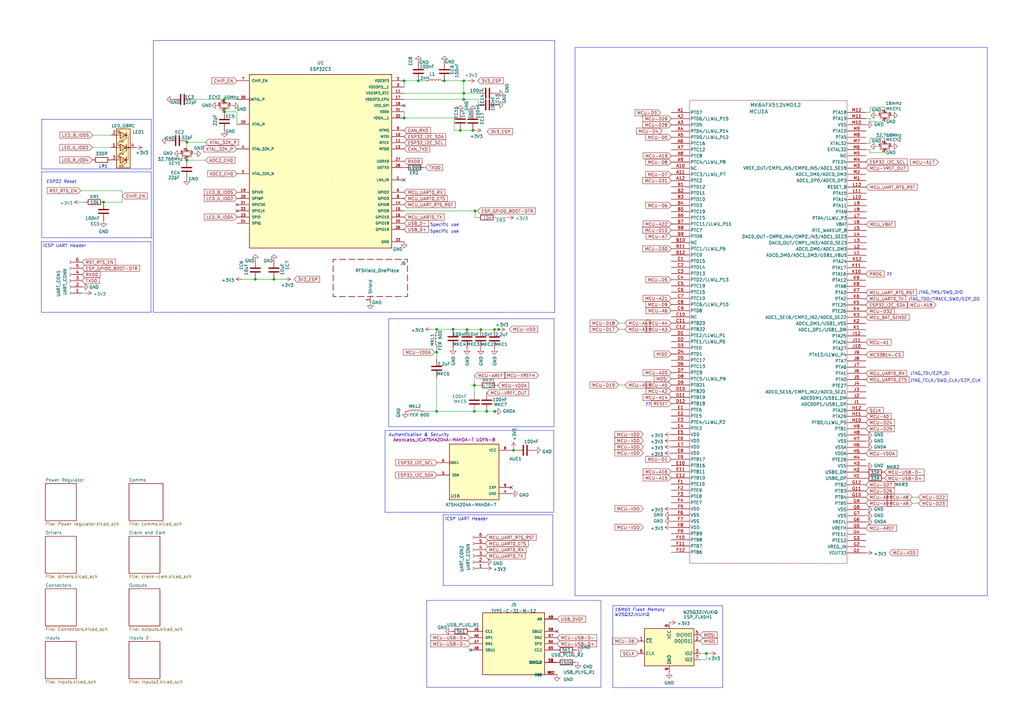
<source format=kicad_sch>
(kicad_sch (version 20230121) (generator eeschema)
  (paper "A3")
  (title_block (title "OPEN ECU") (date "2023-12-11") (rev "12-2023") (company "WWW.AEONLABS.SCIENCE") (comment 1 "https://github.com/aeonSolutions/AeonLabs-AI-Volvo-MKII-Open-Hardware") (comment 2 "Creative Commons non commercial share alike"))
  (junction (at 194.564 158.0642))
  (junction (at 92.0496 45.8724))
  (junction (at 190.2206 33.147))
  (junction (at 112.3442 114.554))
  (junction (at 191.5414 135.1534))
  (junction (at 179.07 144.4752))
  (junction (at 202.819 135.128))
  (junction (at 190.2206 40.767))
  (junction (at 165.7604 48.387))
  (junction (at 182.2704 33.147))
  (junction (at 289.7124 268.0208))
  (junction (at 190.2206 38.227))
  (junction (at 171.6024 33.147))
  (junction (at 210.6168 184.6834))
  (junction (at 104.7242 114.554))
  (junction (at 194.564 168.7322))
  (junction (at 188.7982 53.4924))
  (junction (at 197.1802 135.1534))
  (junction (at 199.644 168.7322))
  (junction (at 179.0954 135.0772))
  (junction (at 202.9206 168.7322))
  (junction (at 92.0242 40.7924))
  (junction (at 76.6064 58.3438))
  (junction (at 42.4942 82.9056))
  (junction (at 193.9544 53.4924))
  (junction (at 194.8688 86.5124))
  (junction (at 179.07 168.7322))
  (junction (at 204.5462 135.128))
  (junction (at 185.8264 135.0772))
  (junction (at 165.7604 33.147))
  (junction (at 76.6064 65.6844))
  (no_connect (at 228.473 258.9784))
  (no_connect (at 97.1804 83.947))
  (no_connect (at 165.7604 73.787))
  (no_connect (at 209.7278 199.9234))
  (no_connect (at 97.1804 86.487))
  (no_connect (at 165.7604 43.307))
  (no_connect (at 192.913 266.5984))
  (wire (pts (xy 356.87 48.641) (xy 355.1682 48.641)))
  (wire (pts (xy 290.9824 268.0208) (xy 289.7124 268.0208)))
  (wire (pts (xy 185.8264 135.0772) (xy 191.5414 135.0772)))
  (polyline (pts (xy 17.0942 48.9712) (xy 17.0942 69.2912)))
  (wire (pts (xy 356.87 61.341) (xy 355.1682 61.341)))
  (wire (pts (xy 92.0496 45.9994) (xy 92.0496 45.8724)))
  (wire (pts (xy 355.1682 58.801) (xy 356.87 58.801)))
  (wire (pts (xy 181.5084 86.5124) (xy 165.7604 86.487)))
  (wire (pts (xy 179.07 168.7322) (xy 179.07 154.8638)))
  (wire (pts (xy 356.87 61.341) (xy 356.87 62.5856)))
  (wire (pts (xy 190.2206 38.227) (xy 196.1642 38.227)))
  (polyline (pts (xy 16.9672 128.0922) (xy 61.9252 128.0922)))
  (wire (pts (xy 179.0954 135.0772) (xy 185.8264 135.0772)))
  (polyline (pts (xy 62.4332 97.5106) (xy 17.3482 97.5106)))
  (wire (pts (xy 194.564 154.0002) (xy 194.564 158.0642)))
  (wire (pts (xy 208.0768 89.2302) (xy 203.5048 89.2302)))
  (wire (pts (xy 193.04 158.0642) (xy 194.564 158.0642)))
  (wire (pts (xy 376.7074 206.4512) (xy 374.1674 206.4512)))
  (polyline (pts (xy 16.9672 99.1362) (xy 16.9672 128.0922)))
  (wire (pts (xy 94.5896 43.3324) (xy 95.2246 43.3324)))
  (polyline (pts (xy 181.7878 211.1756) (xy 181.7878 240.1316)))
  (wire (pts (xy 188.7982 53.5432) (xy 188.7982 53.4924)))
  (wire (pts (xy 173.8376 168.7322) (xy 179.07 168.7322)))
  (wire (pts (xy 192.0494 33.147) (xy 190.2206 33.147)))
  (wire (pts (xy 45.4914 55.4228) (xy 37.9984 55.4228)))
  (wire (pts (xy 356.87 56.642) (xy 362.9406 56.642)))
  (wire (pts (xy 165.7604 38.227) (xy 190.2206 38.227)))
  (wire (pts (xy 178.2318 144.4752) (xy 179.07 144.4752)))
  (wire (pts (xy 202.7936 135.1788) (xy 202.819 135.1788)))
  (wire (pts (xy 50.1142 78.2066) (xy 50.1142 82.9056)))
  (wire (pts (xy 171.6024 33.147) (xy 165.7604 33.147)))
  (wire (pts (xy 97.1804 45.8724) (xy 97.1804 50.927)))
  (wire (pts (xy 360.4006 47.3202) (xy 359.7656 47.3202)))
  (wire (pts (xy 92.0242 40.7924) (xy 92.0242 40.767)))
  (wire (pts (xy 177.1142 135.0772) (xy 179.0954 135.0772)))
  (wire (pts (xy 183.0324 126.9746) (xy 183.0324 126.8476)))
  (wire (pts (xy 76.6064 73.3044) (xy 76.6064 73.1774)))
  (wire (pts (xy 202.819 135.1788) (xy 202.819 135.128)))
  (wire (pts (xy 209.7278 184.6834) (xy 210.6168 184.6834)))
  (wire (pts (xy 194.564 158.0642) (xy 196.5198 158.0642)))
  (wire (pts (xy 289.7124 268.0208) (xy 287.1724 268.0208)))
  (wire (pts (xy 356.87 48.641) (xy 356.87 49.8856)))
  (wire (pts (xy 355.1682 46.101) (xy 356.87 46.101)))
  (wire (pts (xy 112.3442 114.554) (xy 116.6368 114.554)))
  (polyline (pts (xy 226.7458 211.1756) (xy 226.7458 240.1316)))
  (wire (pts (xy 362.9406 49.8856) (xy 362.9406 49.8602)))
  (wire (pts (xy 362.9406 56.642) (xy 362.9406 57.4802)))
  (wire (pts (xy 76.6064 65.6844) (xy 76.6064 65.5574)))
  (wire (pts (xy 204.5462 135.128) (xy 204.5716 135.128)))
  (wire (pts (xy 289.7124 270.5608) (xy 289.7124 268.0208)))
  (wire (pts (xy 136.2456 73.8124) (xy 136.2456 73.787)))
  (wire (pts (xy 191.5414 135.0772) (xy 191.5414 135.1534)))
  (polyline (pts (xy 226.7458 211.1756) (xy 181.7878 211.1756)))
  (wire (pts (xy 253.7206 132.5118) (xy 256.2606 132.5118)))
  (wire (pts (xy 165.7604 45.847) (xy 165.7604 48.387)))
  (wire (pts (xy 191.5414 135.1534) (xy 197.1802 135.1534)))
  (wire (pts (xy 34.925 120.2182) (xy 33.655 120.2182)))
  (wire (pts (xy 50.1142 82.9056) (xy 42.4942 82.9056)))
  (polyline (pts (xy 17.0688 97.5106) (xy 17.0688 70.5104)))
  (wire (pts (xy 362.9406 43.942) (xy 362.9406 44.7802)))
  (wire (pts (xy 195.9102 86.5378) (xy 195.9102 86.5124)))
  (wire (pts (xy 37.8714 60.5028) (xy 45.4914 60.5028)))
  (wire (pts (xy 356.87 58.801) (xy 356.87 56.642)))
  (wire (pts (xy 360.4006 60.0202) (xy 359.7656 60.0202)))
  (wire (pts (xy 201.0664 135.1534) (xy 201.0664 135.128)))
  (wire (pts (xy 256.2606 135.0518) (xy 253.7206 135.0518)))
  (wire (pts (xy 104.7242 114.554) (xy 112.3442 114.554)))
  (wire (pts (xy 179.07 144.4752) (xy 179.07 147.2438)))
  (wire (pts (xy 165.7604 33.147) (xy 165.7604 35.687)))
  (wire (pts (xy 179.0954 142.6972) (xy 179.0954 144.4752)))
  (wire (pts (xy 186.2582 53.5432) (xy 188.7982 53.5432)))
  (wire (pts (xy 287.1724 270.5608) (xy 289.7124 270.5608)))
  (wire (pts (xy 179.0954 144.4752) (xy 179.07 144.4752)))
  (wire (pts (xy 166.2684 68.707) (xy 165.7604 68.707)))
  (wire (pts (xy 76.6064 58.3438) (xy 76.6064 60.4774)))
  (polyline (pts (xy 62.8904 128.1176) (xy 62.8904 16.6116)))
  (polyline (pts (xy 227.1268 210.0834) (xy 157.9118 210.0834)))
  (polyline (pts (xy 61.9252 99.1362) (xy 16.9672 99.1362)))
  (polyline (pts (xy 296.4434 281.9908) (xy 251.3584 281.9908)))
  (wire (pts (xy 84.328 58.3438) (xy 76.6064 58.3438)))
  (wire (pts (xy 194.8688 86.5124) (xy 195.9102 86.5124)))
  (wire (pts (xy 193.9544 53.4924) (xy 194.7164 53.4924)))
  (wire (pts (xy 194.564 168.7322) (xy 199.644 168.7322)))
  (polyline (pts (xy 62.0014 69.3928) (xy 62.0014 49.0728)))
  (wire (pts (xy 99.3902 114.554) (xy 104.7242 114.554)))
  (wire (pts (xy 194.8688 89.2302) (xy 194.8688 86.5124)))
  (wire (pts (xy 202.819 135.128) (xy 204.5462 135.128)))
  (wire (pts (xy 92.0496 40.7924) (xy 92.0242 40.7924)))
  (wire (pts (xy 92.0242 40.767) (xy 97.1804 40.767)))
  (wire (pts (xy 136.2202 73.8124) (xy 136.2456 73.8124)))
  (polyline (pts (xy 296.4434 248.4628) (xy 296.4434 281.9908)))
  (wire (pts (xy 190.2206 33.147) (xy 190.2206 38.227)))
  (polyline (pts (xy 227.1268 176.5554) (xy 227.1268 210.0834)))
  (polyline (pts (xy 251.3584 248.4628) (xy 296.4434 248.4628)))
  (wire (pts (xy 196.1642 40.767) (xy 196.1642 43.0276)))
  (wire (pts (xy 174.5234 68.707) (xy 173.8884 68.707)))
  (wire (pts (xy 356.87 43.942) (xy 362.9406 43.942)))
  (polyline (pts (xy 62.9158 16.6116) (xy 227.4824 16.6116)))
  (wire (pts (xy 173.8376 168.7068) (xy 173.8376 168.7322)))
  (wire (pts (xy 190.2206 40.767) (xy 196.1642 40.767)))
  (wire (pts (xy 181.5084 86.5124) (xy 194.8688 86.5124)))
  (polyline (pts (xy 157.9118 210.0834) (xy 157.9118 176.5554)))
  (wire (pts (xy 210.6168 184.6834) (xy 211.582 184.6834)))
  (wire (pts (xy 179.07 168.7322) (xy 194.564 168.7322)))
  (wire (pts (xy 186.2582 48.387) (xy 186.2582 53.5432)))
  (wire (pts (xy 194.8688 89.2302) (xy 195.8848 89.2302)))
  (wire (pts (xy 356.87 46.101) (xy 356.87 43.942)))
  (polyline (pts (xy 181.7878 240.1316) (xy 226.7458 240.1316)))
  (wire (pts (xy 197.1802 135.1534) (xy 201.0664 135.1534)))
  (wire (pts (xy 188.7982 53.4924) (xy 193.9544 53.4924)))
  (wire (pts (xy 190.2206 33.147) (xy 182.2704 33.147)))
  (polyline (pts (xy 17.0942 69.2912) (xy 62.0014 69.2912)))
  (polyline (pts (xy 227.5078 16.6116) (xy 227.5078 128.143)))
  (wire (pts (xy 210.6168 184.023) (xy 210.6168 184.6834)))
  (wire (pts (xy 356.87 49.8856) (xy 362.9406 49.8856)))
  (wire (pts (xy 356.87 62.5856) (xy 362.9406 62.5856)))
  (wire (pts (xy 362.9406 62.5856) (xy 362.9406 62.5602)))
  (wire (pts (xy 194.564 158.0642) (xy 194.564 161.1122)))
  (polyline (pts (xy 227.5078 128.143) (xy 62.9158 128.0414)))
  (wire (pts (xy 188.7982 53.4162) (xy 188.7982 53.4924)))
  (wire (pts (xy 165.7604 48.387) (xy 186.2582 48.387)))
  (wire (pts (xy 79.1464 63.0174) (xy 79.7814 63.0174)))
  (wire (pts (xy 76.6064 57.6834) (xy 76.6064 58.3438)))
  (polyline (pts (xy 61.9252 99.1362) (xy 61.9252 128.0922)))
  (polyline (pts (xy 251.3584 281.9908) (xy 251.3584 248.4628)))
  (polyline (pts (xy 17.0688 70.5104) (xy 62.0268 70.5104)))
  (wire (pts (xy 202.9206 168.7322) (xy 202.946 168.7322)))
  (wire (pts (xy 237.0582 271.7292) (xy 237.0582 271.6784)))
  (wire (pts (xy 190.2206 38.227) (xy 190.2206 40.767)))
  (wire (pts (xy 237.0582 271.6784) (xy 236.093 271.6784)))
  (wire (pts (xy 33.0962 82.9056) (xy 34.8742 82.9056)))
  (polyline (pts (xy 157.9118 176.5554) (xy 227.1268 176.5554)))
  (wire (pts (xy 253.7206 157.9118) (xy 256.2606 157.9118)))
  (wire (pts (xy 33.0962 78.2066) (xy 50.1142 78.2066)))
  (wire (pts (xy 376.7074 203.9112) (xy 374.1674 203.9112)))
  (wire (pts (xy 165.7604 40.767) (xy 190.2206 40.767)))
  (polyline (pts (xy 62.0014 48.9712) (xy 17.0942 48.9712)))
  (wire (pts (xy 76.6064 65.6844) (xy 84.3534 65.6844)))
  (wire (pts (xy 201.0664 135.128) (xy 202.819 135.128)))
  (wire (pts (xy 97.1804 45.8724) (xy 92.0496 45.8724)))
  (wire (pts (xy 173.9138 168.7068) (xy 173.8376 168.7068)))
  (wire (pts (xy 174.6504 33.147) (xy 171.6024 33.147)))
  (wire (pts (xy 199.644 168.7322) (xy 202.9206 168.7322)))
  (wire (pts (xy 78.6384 40.7924) (xy 92.0242 40.7924)))
  (polyline (pts (xy 62.0268 70.5104) (xy 62.0268 97.6376)))
  (rectangle (start 235.839 19.4564) (end 404.9776 244.348))
  (rectangle (start 159.4358 130.7084) (end 227.2284 175.0314))
  (rectangle (start 175.006 246.253) (end 246.4816 281.9146))
  (text "??" (at 363.5502 113.4872 0) (effects (font (size 1.27 1.27)) (justify left bottom)))
  (text " JTAG_TDO/TRACE_SWO/EZP_DO\n" (at 371.348 123.5964 0) (effects (font (size 1.27 1.27)) (justify left bottom)))
  (text "ESP32 Reset" (at 18.9738 75.4126 0) (effects (font (size 1.27 1.27) italic) (justify left bottom)))
  (text "16Mbit Flash Memory\nW25Q32JVUXIQ" (at 252.0442 253.0094 0) (effects (font (size 1.27 1.27) italic) (justify left bottom)))
  (text "JTAG_TCLK/SWD_CLK/EZP_CLK\n" (at 373.1006 156.9974 0) (effects (font (size 1.27 1.27)) (justify left bottom)))
  (text "??" (at 264.6172 166.7764 0) (effects (font (size 1.27 1.27)) (justify left bottom)))
  (text "ICSP UART Header" (at 182.4228 213.7156 0) (effects (font (size 1.27 1.27)) (justify left bottom)))
  (text " JTAG_TMS/SWD_DIO" (at 375.4628 120.8532 0) (effects (font (size 1.27 1.27)) (justify left bottom)))
  (text "ICSP UART Header" (at 17.6022 101.6762 0) (effects (font (size 1.27 1.27)) (justify left bottom)))
  (text "JTAG_TDI/EZP_DI\n" (at 373.2022 154.0764 0) (effects (font (size 1.27 1.27)) (justify left bottom)))
  (text "Specific use" (at 176.3014 95.758 0) (effects (font (size 1.27 1.27)) (justify left bottom)))
  (text "Authentication & Security" (at 159.3088 179.2224 0) (effects (font (size 1.27 1.27) italic) (justify left bottom)))
  (text "Specific use" (at 176.3776 93.0656 0) (effects (font (size 1.27 1.27)) (justify left bottom)))
  (global_label "MCU_UART0_CTS" (shape input) (at 199.009 222.9358 0) (property "Intersheetrefs" "${INTERSHEET_REFS}" (effects hide)))
  (global_label "MCU_UART_RTS_RST" (shape input) (at 165.7604 83.947 0) (property "Intersheetrefs" "${INTERSHEET_REFS}" (effects hide)))
  (global_label "MCU-A6" (shape input) (at 275.3106 127.4318 180) (property "Intersheetrefs" "${INTERSHEET_REFS}" (effects hide)))
  (global_label "MCU-A21" (shape input) (at 275.3106 122.3518 180) (property "Intersheetrefs" "${INTERSHEET_REFS}" (effects hide)))
  (global_label "LED_R_IO04" (shape input) (at 37.8714 65.5828 180) (property "Intersheetrefs" "${INTERSHEET_REFS}" (effects hide)))
  (global_label "MCU_VBAT" (shape input) (at 355.2952 91.9734 0) (property "Intersheetrefs" "${INTERSHEET_REFS}" (effects hide)))
  (global_label "MCU-VREFH" (shape input) (at 220.9292 153.924 180) (property "Intersheetrefs" "${INTERSHEET_REFS}" (effects hide)))
  (global_label "MCU-A18" (shape input) (at 383.9464 125.0696 180) (property "Intersheetrefs" "${INTERSHEET_REFS}" (effects hide)))
  (global_label "MCU-D1" (shape input) (at 275.3106 188.3918 180) (property "Intersheetrefs" "${INTERSHEET_REFS}" (effects hide)))
  (global_label "MCU-A9" (shape input) (at 355.1174 206.4512 0) (property "Intersheetrefs" "${INTERSHEET_REFS}" (effects hide)))
  (global_label "MCU-A15" (shape input) (at 275.3106 196.0118 180) (property "Intersheetrefs" "${INTERSHEET_REFS}" (effects hide)))
  (global_label "MCU-D7" (shape input) (at 275.3106 71.5518 180) (property "Intersheetrefs" "${INTERSHEET_REFS}" (effects hide)))
  (global_label "RST_RTS_EN" (shape input) (at 33.0962 78.2066 180) (property "Intersheetrefs" "${INTERSHEET_REFS}" (effects hide)))
  (global_label "MCU-VDDA" (shape input) (at 204.1398 158.0642 0) (property "Intersheetrefs" "${INTERSHEET_REFS}" (effects hide)))
  (global_label "ESP32_I2C_SDA" (shape input) (at 165.7604 56.007 0) (property "Intersheetrefs" "${INTERSHEET_REFS}" (effects hide)))
  (global_label "MCU_UART_RTS_RST" (shape input) (at 199.009 220.3958 0) (property "Intersheetrefs" "${INTERSHEET_REFS}" (effects hide)))
  (global_label "ESP32_I2C_SCL" (shape input) (at 179.2478 189.7634 180) (property "Intersheetrefs" "${INTERSHEET_REFS}" (effects hide)))
  (global_label "MCU_UART0_RX" (shape input) (at 165.7604 78.867 0) (property "Intersheetrefs" "${INTERSHEET_REFS}" (effects hide)))
  (global_label "MISO" (shape input) (at 275.3106 145.2118 180) (property "Intersheetrefs" "${INTERSHEET_REFS}" (effects hide)))
  (global_label "MOSI" (shape input) (at 275.3106 155.3718 180) (property "Intersheetrefs" "${INTERSHEET_REFS}" (effects hide)))
  (global_label "MCU-D32" (shape input) (at 355.0666 127.6096 0) (property "Intersheetrefs" "${INTERSHEET_REFS}" (effects hide)))
  (global_label "MCU-D8" (shape input) (at 275.3106 66.4718 180) (property "Intersheetrefs" "${INTERSHEET_REFS}" (effects hide)))
  (global_label "MCU-A19" (shape input) (at 275.3106 63.9318 180) (property "Intersheetrefs" "${INTERSHEET_REFS}" (effects hide)))
  (global_label "RXD0" (shape input) (at 33.655 112.5982 0) (property "Intersheetrefs" "${INTERSHEET_REFS}" (effects hide)))
  (global_label "MCU_UART0_CTS" (shape input) (at 165.7604 81.407 0) (property "Intersheetrefs" "${INTERSHEET_REFS}" (effects hide)))
  (global_label "MCU-VREF_OUT" (shape input) (at 199.644 161.1122 0) (property "Intersheetrefs" "${INTERSHEET_REFS}" (effects hide)))
  (global_label "MCU-A22" (shape input) (at 275.3106 91.8718 180) (property "Intersheetrefs" "${INTERSHEET_REFS}" (effects hide)))
  (global_label "MCU-D27" (shape input) (at 355.1174 198.8312 0) (property "Intersheetrefs" "${INTERSHEET_REFS}" (effects hide)))
  (global_label "ADC2_CH0" (shape input) (at 97.1804 71.247 180) (property "Intersheetrefs" "${INTERSHEET_REFS}" (effects hide)))
  (global_label "MCU-D10" (shape input) (at 275.3106 94.4118 180) (property "Intersheetrefs" "${INTERSHEET_REFS}" (effects hide)))
  (global_label "CHIP_EN" (shape input) (at 97.1804 33.147 180) (property "Intersheetrefs" "${INTERSHEET_REFS}" (effects hide)))
  (global_label "RST_RTS_EN" (shape input) (at 33.655 107.5182 0) (property "Intersheetrefs" "${INTERSHEET_REFS}" (effects hide)))
  (global_label "MCU-VDD" (shape input) (at 263.8806 180.6956 180) (property "Intersheetrefs" "${INTERSHEET_REFS}" (effects hide)))
  (global_label "MISO" (shape input) (at 287.1724 262.9408 0) (property "Intersheetrefs" "${INTERSHEET_REFS}" (effects hide)))
  (global_label "ESP32_I2C_SDA" (shape input) (at 179.2478 194.8434 180) (property "Intersheetrefs" "${INTERSHEET_REFS}" (effects hide)))
  (global_label "MCU-AREF" (shape input) (at 194.564 154.0002 0) (property "Intersheetrefs" "${INTERSHEET_REFS}" (effects hide)))
  (global_label "MCU-D5" (shape input) (at 275.3106 114.7318 180) (property "Intersheetrefs" "${INTERSHEET_REFS}" (effects hide)))
  (global_label "RXD0" (shape input) (at 165.7604 66.167 0) (property "Intersheetrefs" "${INTERSHEET_REFS}" (effects hide)))
  (global_label "MCU-VDD" (shape input) (at 364.7186 226.695 0) (property "Intersheetrefs" "${INTERSHEET_REFS}" (effects hide)))
  (global_label "3V3_ESP" (shape input) (at 199.7202 53.975 0) (property "Intersheetrefs" "${INTERSHEET_REFS}" (effects hide)))
  (global_label "MCU_UART0_TX" (shape input) (at 355.0666 122.5296 0) (property "Intersheetrefs" "${INTERSHEET_REFS}" (effects hide)))
  (global_label "USB_D-" (shape input) (at 165.7604 91.567 0) (property "Intersheetrefs" "${INTERSHEET_REFS}" (effects hide)))
  (global_label "MCU_BAT_SENSE" (shape input) (at 355.0666 130.1496 0) (effects (font italic)) (property "Intersheetrefs" "${INTERSHEET_REFS}" (effects hide)))
  (global_label "PROG" (shape input) (at 355.0666 112.3696 0) (property "Intersheetrefs" "${INTERSHEET_REFS}" (effects hide)))
  (global_label "MCU_UART_RTS_RST" (shape input) (at 355.2952 76.7334 0) (property "Intersheetrefs" "${INTERSHEET_REFS}" (effects hide)))
  (global_label "MCU-D6" (shape input) (at 261.7724 262.9408 180) (property "Intersheetrefs" "${INTERSHEET_REFS}" (effects hide)))
  (global_label "XTAL_32K_P" (shape input) (at 84.328 58.3438 0) (property "Intersheetrefs" "${INTERSHEET_REFS}" (effects hide)))
  (global_label "MCU-D29" (shape input) (at 275.3106 48.6918 180) (property "Intersheetrefs" "${INTERSHEET_REFS}" (effects hide)))
  (global_label "LED_G_IO02" (shape input) (at 37.8714 60.5028 180) (property "Intersheetrefs" "${INTERSHEET_REFS}" (effects hide)))
  (global_label "TXD0" (shape input) (at 33.655 115.1382 0) (property "Intersheetrefs" "${INTERSHEET_REFS}" (effects hide)))
  (global_label "ESP32_I2C_SCL" (shape input) (at 165.7604 58.547 0) (property "Intersheetrefs" "${INTERSHEET_REFS}" (effects hide)))
  (global_label "MCU-VDD" (shape input) (at 263.8806 185.7756 180) (property "Intersheetrefs" "${INTERSHEET_REFS}" (effects hide)))
  (global_label "MCU-A14" (shape input) (at 275.3106 162.9918 180) (property "Intersheetrefs" "${INTERSHEET_REFS}" (effects hide)))
  (global_label "MCU-A5" (shape input) (at 256.2606 157.9118 0) (property "Intersheetrefs" "${INTERSHEET_REFS}" (effects hide)))
  (global_label "CAN_RXD" (shape input) (at 165.7604 53.467 0) (property "Intersheetrefs" "${INTERSHEET_REFS}" (effects hide)))
  (global_label "MCU-A8" (shape input) (at 355.1174 203.9112 0) (property "Intersheetrefs" "${INTERSHEET_REFS}" (effects hide)))
  (global_label "SCLK" (shape input) (at 261.7724 268.0208 180) (property "Intersheetrefs" "${INTERSHEET_REFS}" (effects hide)))
  (global_label "MC33814-CS" (shape input) (at 355.1428 145.4912 0) (property "Intersheetrefs" "${INTERSHEET_REFS}" (effects hide)))
  (global_label "ESP32_I2C_SCL" (shape input) (at 355.1682 66.421 0) (property "Intersheetrefs" "${INTERSHEET_REFS}" (effects hide)))
  (global_label "MCU-VREF_OUT" (shape input) (at 355.1682 68.961 0) (property "Intersheetrefs" "${INTERSHEET_REFS}" (effects hide)))
  (global_label "SCLK" (shape input) (at 355.1428 168.3512 0) (property "Intersheetrefs" "${INTERSHEET_REFS}" (effects hide)))
  (global_label "LED_B_IO05" (shape input) (at 37.9984 55.4228 180) (property "Intersheetrefs" "${INTERSHEET_REFS}" (effects hide)))
  (global_label "MCU-A17" (shape input) (at 384.8862 66.548 180) (property "Intersheetrefs" "${INTERSHEET_REFS}" (effects hide)))
  (global_label "MCU-VDDA" (shape input) (at 178.2318 144.4752 180) (property "Intersheetrefs" "${INTERSHEET_REFS}" (effects hide)))
  (global_label "MCU-USB-D-" (shape input) (at 362.7374 193.6242 0) (property "Intersheetrefs" "${INTERSHEET_REFS}" (effects hide)))
  (global_label "MCU-D25" (shape input) (at 355.1174 175.8442 0) (property "Intersheetrefs" "${INTERSHEET_REFS}" (effects hide)))
  (global_label "TXD0" (shape input) (at 174.5234 68.707 0) (property "Intersheetrefs" "${INTERSHEET_REFS}" (effects hide)))
  (global_label "MCU_UART0_RX" (shape input) (at 199.009 225.4758 0) (property "Intersheetrefs" "${INTERSHEET_REFS}" (effects hide)))
  (global_label "USB_D+" (shape input) (at 165.7604 94.107 0) (property "Intersheetrefs" "${INTERSHEET_REFS}" (effects hide)))
  (global_label "MCU-A2" (shape input) (at 275.3106 160.4518 180) (property "Intersheetrefs" "${INTERSHEET_REFS}" (effects hide)))
  (global_label "MCU-D6" (shape input) (at 275.3106 84.2518 180) (property "Intersheetrefs" "${INTERSHEET_REFS}" (effects hide)))
  (global_label "MCU_UART0_TX" (shape input) (at 199.009 228.0158 0) (property "Intersheetrefs" "${INTERSHEET_REFS}" (effects hide)))
  (global_label "MOSI" (shape input) (at 287.1724 260.4008 0) (property "Intersheetrefs" "${INTERSHEET_REFS}" (effects hide)))
  (global_label "MCU-USB-D+" (shape input) (at 192.913 261.5184 180) (property "Intersheetrefs" "${INTERSHEET_REFS}" (effects hide)))
  (global_label "3V3_ESP" (shape input) (at 120.6246 114.5286 0) (property "Intersheetrefs" "${INTERSHEET_REFS}" (effects hide)))
  (global_label "LED_G_IO02" (shape input) (at 97.1804 81.407 180) (property "Intersheetrefs" "${INTERSHEET_REFS}" (effects hide)))
  (global_label "ESP_GPIO0_BOOT-DTR" (shape input) (at 195.9102 86.5378 0) (property "Intersheetrefs" "${INTERSHEET_REFS}" (effects hide)))
  (global_label "MCU-A16" (shape input) (at 275.3106 193.4718 180) (property "Intersheetrefs" "${INTERSHEET_REFS}" (effects hide)))
  (global_label "MCU-VDDA" (shape input) (at 355.1174 186.0042 0) (property "Intersheetrefs" "${INTERSHEET_REFS}" (effects hide)))
  (global_label "MCU-D19" (shape input) (at 253.7206 157.9118 180) (property "Intersheetrefs" "${INTERSHEET_REFS}" (effects hide)))
  (global_label "MCU-D4" (shape input) (at 271.5514 53.7718 180) (property "Intersheetrefs" "${INTERSHEET_REFS}" (effects hide)))
  (global_label "MCU_UART0_CTS" (shape input) (at 355.1428 155.6512 0) (property "Intersheetrefs" "${INTERSHEET_REFS}" (effects hide)))
  (global_label "MCU-A4" (shape input) (at 256.2606 132.5118 0) (property "Intersheetrefs" "${INTERSHEET_REFS}" (effects hide)))
  (global_label "MCU-D9" (shape input) (at 275.3106 124.8918 180) (property "Intersheetrefs" "${INTERSHEET_REFS}" (effects hide)))
  (global_label "LED_R_IO04" (shape input) (at 97.1804 89.027 180) (property "Intersheetrefs" "${INTERSHEET_REFS}" (effects hide)))
  (global_label "MCU-VDD" (shape input) (at 263.8806 208.6356 180) (property "Intersheetrefs" "${INTERSHEET_REFS}" (effects hide)))
  (global_label "MCU-D0" (shape input) (at 275.3106 56.3118 180) (property "Intersheetrefs" "${INTERSHEET_REFS}" (effects hide)))
  (global_label "MCU-VDD" (shape input) (at 263.8806 183.2356 180) (property "Intersheetrefs" "${INTERSHEET_REFS}" (effects hide)))
  (global_label "MCU-VDD" (shape input) (at 263.8806 178.1556 180) (property "Intersheetrefs" "${INTERSHEET_REFS}" (effects hide)))
  (global_label "MCU-A3" (shape input) (at 275.3106 135.0518 180) (property "Intersheetrefs" "${INTERSHEET_REFS}" (effects hide)))
  (global_label "MCU-A1" (shape input) (at 355.1428 140.4112 0) (property "Intersheetrefs" "${INTERSHEET_REFS}" (effects hide)))
  (global_label "LED_B_IO05" (shape input) (at 97.1804 78.867 180) (property "Intersheetrefs" "${INTERSHEET_REFS}" (effects hide)))
  (global_label "MCU-D28" (shape input) (at 275.3106 51.2318 180) (property "Intersheetrefs" "${INTERSHEET_REFS}" (effects hide)))
  (global_label "MCU-D17" (shape input) (at 253.7206 135.0518 180) (property "Intersheetrefs" "${INTERSHEET_REFS}" (effects hide)))
  (global_label "MCU-A0" (shape input) (at 355.1174 170.7642 0) (property "Intersheetrefs" "${INTERSHEET_REFS}" (effects hide)))
  (global_label "RESET" (shape input) (at 275.3106 165.5318 180) (property "Intersheetrefs" "${INTERSHEET_REFS}" (effects hide)))
  (global_label "MCU-A20" (shape input) (at 275.3106 152.8318 180) (property "Intersheetrefs" "${INTERSHEET_REFS}" (effects hide)))
  (global_label "MCU_UART0_RX" (shape input) (at 355.1428 153.1112 0) (property "Intersheetrefs" "${INTERSHEET_REFS}" (effects hide)))
  (global_label "MCU-D30" (shape input) (at 275.3106 102.0318 180) (property "Intersheetrefs" "${INTERSHEET_REFS}" (effects hide)))
  (global_label "3V3_ESP" (shape input) (at 195.9356 33.147 0) (property "Intersheetrefs" "${INTERSHEET_REFS}" (effects hide)))
  (global_label "MCU-A7" (shape input) (at 275.3106 96.9518 180) (property "Intersheetrefs" "${INTERSHEET_REFS}" (effects hide)))
  (global_label "CAN_TXD" (shape input) (at 165.7604 61.087 0) (property "Intersheetrefs" "${INTERSHEET_REFS}" (effects hide)))
  (global_label "MCU-AREF" (shape input) (at 355.1174 216.6112 0) (property "Intersheetrefs" "${INTERSHEET_REFS}" (effects hide)))
  (global_label "MCU-D31" (shape input) (at 275.3106 74.0918 180) (property "Intersheetrefs" "${INTERSHEET_REFS}" (effects hide)))
  (global_label "MCU_UART_RTS_RST" (shape input) (at 355.0666 119.9896 0) (property "Intersheetrefs" "${INTERSHEET_REFS}" (effects hide)))
  (global_label "XTAL_32K_P" (shape input) (at 97.1804 61.087 180) (property "Intersheetrefs" "${INTERSHEET_REFS}" (effects hide)))
  (global_label "MCU-A4" (shape input) (at 275.3106 132.5118 180) (property "Intersheetrefs" "${INTERSHEET_REFS}" (effects hide)))
  (global_label "MCU-A3" (shape input) (at 256.2606 135.0518 0) (property "Intersheetrefs" "${INTERSHEET_REFS}" (effects hide)))
  (global_label "MCU-USB-D-" (shape input) (at 228.473 261.5184 0) (property "Intersheetrefs" "${INTERSHEET_REFS}" (effects hide)))
  (global_label "MCU-D24" (shape input) (at 355.1174 173.3042 0) (property "Intersheetrefs" "${INTERSHEET_REFS}" (effects hide)))
  (global_label "MCU-D22" (shape input) (at 376.7074 203.9112 0) (property "Intersheetrefs" "${INTERSHEET_REFS}" (effects hide)))
  (global_label "MCU-D3" (shape input) (at 270.9672 46.2534 180) (property "Intersheetrefs" "${INTERSHEET_REFS}" (effects hide)))
  (global_label "ADC2_CH0" (shape input) (at 84.3534 65.6844 0) (property "Intersheetrefs" "${INTERSHEET_REFS}" (effects hide)))
  (global_label "MCU-USB-D+" (shape input) (at 228.473 264.0584 0) (property "Intersheetrefs" "${INTERSHEET_REFS}" (effects hide)))
  (global_label "MCU-D18" (shape input) (at 253.7206 132.5118 180) (property "Intersheetrefs" "${INTERSHEET_REFS}" (effects hide)))
  (global_label "MCU-A8" (shape input) (at 374.1674 203.9112 180) (property "Intersheetrefs" "${INTERSHEET_REFS}" (effects hide)))
  (global_label "MCU-USB-D+" (shape input) (at 362.7374 196.1642 0) (property "Intersheetrefs" "${INTERSHEET_REFS}" (effects hide)))
  (global_label "MCU_UART0_TX" (shape input) (at 165.7604 89.027 0) (property "Intersheetrefs" "${INTERSHEET_REFS}" (effects hide)))
  (global_label "USB_5V0F" (shape input) (at 228.473 253.8984 0) (property "Intersheetrefs" "${INTERSHEET_REFS}" (effects hide)))
  (global_label "MCU-D23" (shape input) (at 376.7074 206.4512 0) (property "Intersheetrefs" "${INTERSHEET_REFS}" (effects hide)))
  (global_label "MCU-USB-D-" (shape input) (at 192.913 264.0584 180) (property "Intersheetrefs" "${INTERSHEET_REFS}" (effects hide)))
  (global_label "ESP32_I2C_SDA" (shape input) (at 355.0666 125.0696 0) (property "Intersheetrefs" "${INTERSHEET_REFS}" (effects hide)))
  (global_label "CHIP_EN" (shape input) (at 50.1142 80.3656 0) (property "Intersheetrefs" "${INTERSHEET_REFS}" (effects hide)))
  (global_label "MCU-A5" (shape input) (at 275.3106 157.9118 180) (property "Intersheetrefs" "${INTERSHEET_REFS}" (effects hide)))
  (global_label "MCU-VDD" (shape input) (at 208.8642 135.001 0) (property "Intersheetrefs" "${INTERSHEET_REFS}" (effects hide)))
  (global_label "MCU-VDD" (shape input) (at 263.8806 216.2556 180) (property "Intersheetrefs" "${INTERSHEET_REFS}" (effects hide)))
  (global_label "MCU-D26" (shape input) (at 355.1174 201.3712 0) (property "Intersheetrefs" "${INTERSHEET_REFS}" (effects hide)))
  (global_label "MCU-A9" (shape input) (at 374.1674 206.4512 180) (property "Intersheetrefs" "${INTERSHEET_REFS}" (effects hide)))
  (global_label "ESP_GPIO0_BOOT-DTR" (shape input) (at 33.655 110.0582 0) (property "Intersheetrefs" "${INTERSHEET_REFS}" (effects hide)))
  (symbol (lib_id "Device:C") (at 191.5414 138.9634 180) (unit 1)
    (property "Reference" "MKC3" (at 196.85 141.1732 0) (effects (justify left)))
    (property "Value" "10nF" (at 196.5198 137.1346 0) (effects (justify left)))
    (property "Footprint" "Capacitor_SMD:C_0603_1608Metric" (effects hide))
  )
  (symbol (lib_id "power:+3V3") (at 210.6168 184.023 0) (unit 1)
    (property "Reference" "#PWR011" (effects hide))
    (property "Value" "+3V3" (at 210.9978 180.7718 90) (effects (justify left)))
  )
  (symbol (lib_id "Device:LED_GBRC") (at 50.5714 60.5028 180) (unit 1)
    (property "Reference" "LED1" (at 56.7944 54.1528 0))
    (property "Value" "LED_GBRC" (at 50.5714 51.6128 0))
    (property "Footprint" "AeonLabs_Power:LED_1206_3210_RGB_Metric" (effects hide))
  )
  (symbol (lib_id "Device:C") (at 104.7242 110.744 0) (mirror x) (unit 1)
    (property "Reference" "EC6" (at 99.0092 106.8324 90) (effects (justify left)))
    (property "Value" "10uF" (at 100.9904 108.077 90) (effects (justify left)))
    (property "Footprint" "Capacitor_SMD:C_0805_2012Metric" (effects hide))
  )
  (symbol (lib_id "power:GND") (at 95.2246 43.3324 90) (mirror x) (unit 1)
    (property "Reference" "#PWR070" (effects hide))
    (property "Value" "GND" (at 97.0534 44.7548 90) (effects (justify right)))
  )
  (symbol (lib_id "Device:C") (at 182.2704 29.337 180) (unit 1)
    (property "Reference" "EC9" (at 185.547 26.7208 90) (effects (justify left)))
    (property "Value" "100nF" (at 187.3758 25.908 90) (effects (justify left)))
    (property "Footprint" "Capacitor_SMD:C_0603_1608Metric" (effects hide))
  )
  (symbol (lib_id "Device:R") (at 170.0784 68.707 270) (mirror x) (unit 1)
    (property "Reference" "ER2" (at 169.799 70.8406 90))
    (property "Value" "499R" (at 170.1038 68.8086 90))
    (property "Footprint" "Resistor_SMD:R_0603_1608Metric" (effects hide))
  )
  (symbol (lib_id "power:+3V3") (at 290.9824 268.0208 270) (unit 1)
    (property "Reference" "#PWR092" (effects hide))
    (property "Value" "+3V3" (at 290.1442 270.0782 90) (effects (justify left)))
  )
  (symbol (lib_id "power:GND") (at 166.2938 168.7068 0) (unit 1)
    (property "Reference" "#PWR024" (effects hide))
    (property "Value" "GND" (at 163.449 167.2336 90) (effects (justify right)))
  )
  (symbol (lib_id "Device:R") (at 38.6842 82.9056 90) (unit 1)
    (property "Reference" "ER1" (at 38.8366 80.7212 90))
    (property "Value" "10k" (at 38.7858 83.0072 90))
    (property "Footprint" "Resistor_SMD:R_0603_1608Metric" (effects hide))
  )
  (symbol (lib_id "Device:R") (at 358.9274 193.6242 90) (unit 1)
    (property "Reference" "MKR2" (at 366.2426 191.5922 90))
    (property "Value" "33R" (at 358.902 193.7258 90))
    (property "Footprint" "Resistor_SMD:R_0603_1608Metric" (effects hide))
  )
  (symbol (lib_id "power:GND") (at 193.9544 45.8724 0) (mirror x) (unit 1)
    (property "Reference" "#PWR085" (effects hide))
    (property "Value" "GND" (at 192.9384 48.7172 90) (effects (justify right)))
  )
  (symbol (lib_id "power:+3V3") (at 55.6514 60.5028 270) (unit 1)
    (property "Reference" "#PWR098" (effects hide))
    (property "Value" "+3V3" (at 55.6006 62.6364 90) (effects (justify left)))
  )
  (symbol (lib_id "power:GND") (at 355.1174 211.5312 90) (unit 1)
    (property "Reference" "#PWR029" (effects hide))
    (property "Value" "GND" (at 358.3686 211.4042 90) (effects (justify right)))
  )
  (symbol (lib_id "Device:C") (at 194.564 164.9222 180) (unit 1)
    (property "Reference" "MKC5" (at 191.516 164.6682 0) (effects (justify left)))
    (property "Value" "100nF" (at 191.516 162.6362 0) (effects (justify left)))
    (property "Footprint" "Capacitor_SMD:C_0603_1608Metric" (effects hide))
  )
  (symbol (lib_id "power:GND") (at 171.6024 25.527 180) (unit 1)
    (property "Reference" "#PWR075" (effects hide))
    (property "Value" "GND" (at 173.8884 25.527 0))
  )
  (symbol (lib_id "power:GND") (at 191.5414 142.7734 0) (unit 1)
    (property "Reference" "#PWR022" (effects hide))
    (property "Value" "GND" (at 191.6684 146.0246 90) (effects (justify right)))
  )
  (symbol (lib_id "power:GND") (at 355.1174 178.3842 90) (unit 1)
    (property "Reference" "#PWR027" (effects hide))
    (property "Value" "GND" (at 358.3686 178.2572 90) (effects (justify right)))
  )
  (symbol (lib_id "power:+3V3") (at 208.0768 89.2302 270) (unit 1)
    (property "Reference" "#PWR078" (effects hide))
    (property "Value" "+3V3" (at 211.328 89.6112 90) (effects (justify left)))
  )
  (symbol (lib_id "Connector:Conn_01x06_Socket") (at 28.575 115.1382 180) (unit 1)
    (property "Reference" "UART_CON1" (at 24.003 116.2812 90))
    (property "Value" "UART_CONN" (at 26.6446 115.57 90))
    (property "Footprint" "AeonLabs_Connectors:SOIC_clipProgSmall" (effects hide))
  )
  (symbol (lib_id "power:+3V3") (at 199.009 233.0958 270) (unit 1)
    (property "Reference" "#PWR07" (effects hide))
    (property "Value" "+3V3" (at 202.2602 233.4768 90) (effects (justify left)))
  )
  (symbol (lib_id "Device:R") (at 358.9274 196.1642 90) (unit 1)
    (property "Reference" "MKR3" (at 369.7224 198.755 90))
    (property "Value" "33R" (at 358.902 196.2658 90))
    (property "Footprint" "Resistor_SMD:R_0603_1608Metric" (effects hide))
  )
  (symbol (lib_id "power:GND") (at 274.4724 275.6408 0) (unit 1)
    (property "Reference" "#PWR089" (effects hide))
    (property "Value" "GND" (at 274.4724 280.0842 0))
  )
  (symbol (lib_id "AeonLabs_IC:MK64FX512VMD12") (at 275.3106 46.1518 0) (unit 1)
    (property "Reference" "MCU1" (at 311.1754 45.7708 0) (effects (font (size 1.524 1.524))))
    (property "Value" "MK64FX512VMD12" (at 318.0842 43.1038 0) (effects (font (size 1.524 1.524))))
    (property "Footprint" "AeonLabs_IC:NXP 144 PIN BGA" (effects hide))
    (property "Datasheet" "MK64FX512VMD12" (effects hide))
  )
  (symbol (lib_id "power:GND") (at 365.4806 60.0202 90) (unit 1)
    (property "Reference" "#PWR026" (effects hide))
    (property "Value" "GND" (at 365.3536 62.5602 90))
  )
  (symbol (lib_id "Device:RFShield_OnePiece") (at 151.892 113.9952 0) (unit 1)
    (property "Reference" "J6" (at 164.1602 107.95 0) (effects (justify left)))
    (property "Value" "RFShield_OnePiece" (at 145.669 110.9726 0) (effects (justify left)))
    (property "Footprint" "AeonLabs_Shields:ESP32-S3 GND Shield" (effects hide))
  )
  (symbol (lib_id "power:GNDA") (at 355.1174 214.0712 90) (unit 1)
    (property "Reference" "#PWR059" (effects hide))
    (property "Value" "GNDA" (at 358.3686 213.9442 90) (effects (justify right)))
  )
  (symbol (lib_id "power:GNDA") (at 355.1174 183.4642 90) (unit 1)
    (property "Reference" "#PWR058" (effects hide))
    (property "Value" "GNDA" (at 358.3686 183.3372 90) (effects (justify right)))
  )
  (symbol (lib_id "Device:L") (at 178.4604 33.147 270) (mirror x) (unit 1)
    (property "Reference" "L1" (at 177.292 30.4038 90))
    (property "Value" "2nH" (at 174.2186 32.0548 90))
    (property "Footprint" "Inductor_SMD:L_0805_2012Metric" (effects hide))
  )
  (symbol (lib_id "power:GND") (at 71.0184 40.7924 270) (mirror x) (unit 1)
    (property "Reference" "#PWR064" (effects hide))
    (property "Value" "GND" (at 71.882 41.9354 90))
  )
  (symbol (lib_id "Device:C") (at 199.644 164.9222 180) (unit 1)
    (property "Reference" "MKC7" (at 208.026 165.9382 0) (effects (justify left)))
    (property "Value" "100nF" (at 208.026 163.9062 0) (effects (justify left)))
    (property "Footprint" "Capacitor_SMD:C_0603_1608Metric" (effects hide))
  )
  (symbol (lib_id "power:+3V3") (at 275.3106 178.2318 90) (mirror x) (unit 1)
    (property "Reference" "#PWR038" (effects hide))
    (property "Value" "+3V3" (at 272.0594 178.6128 90) (effects (justify left)))
  )
  (symbol (lib_id "power:GND") (at 188.7982 45.7962 0) (mirror x) (unit 1)
    (property "Reference" "#PWR083" (effects hide))
    (property "Value" "GND" (at 191.3382 45.4406 90) (effects (justify right)))
  )
  (symbol (lib_id "Device:C") (at 202.7936 138.9888 180) (unit 1)
    (property "Reference" "MKC1" (at 208.2038 141.2494 0) (effects (justify left)))
    (property "Value" "2.2uF" (at 208.5086 137.2108 0) (effects (justify left)))
    (property "Footprint" "Capacitor_SMD:C_0603_1608Metric" (effects hide))
  )
  (symbol (lib_id "Device:C") (at 76.6064 69.4944 0) (mirror y) (unit 1)
    (property "Reference" "EC4" (at 73.914 70.866 0) (effects (justify left)))
    (property "Value" "22pF" (at 73.8124 72.8472 0) (effects (justify left)))
    (property "Footprint" "Capacitor_SMD:C_0603_1608Metric" (effects hide))
  )
  (symbol (lib_id "power:GND") (at 359.7656 47.3202 270) (unit 1)
    (property "Reference" "#PWR018" (effects hide))
    (property "Value" "GND" (at 361.5944 45.0342 90) (effects (justify right)))
  )
  (symbol (lib_id "power:GND") (at 219.202 184.6834 90) (unit 1)
    (property "Reference" "#PWR017" (effects hide))
    (property "Value" "GND" (at 222.3262 185.2422 90) (effects (justify right)))
  )
  (symbol (lib_id "Device:R") (at 41.6814 65.5828 90) (unit 1)
    (property "Reference" "LR1" (at 44.2214 68.1228 90) (effects (justify left)))
    (property "Value" "330R" (at 44.2214 63.0428 90) (effects (justify left)))
    (property "Footprint" "Resistor_SMD:R_0603_1608Metric" (effects hide))
  )
  (symbol (lib_id "power:+3V3") (at 275.3106 216.3318 90) (mirror x) (unit 1)
    (property "Reference" "#PWR043" (effects hide))
    (property "Value" "+3V3" (at 272.0594 216.7128 90) (effects (justify left)))
  )
  (symbol (lib_id "Device:C") (at 42.4942 86.7156 180) (unit 1)
    (property "Reference" "EC1" (at 40.9702 91.7956 0) (effects (justify left)))
    (property "Value" "100nF" (at 40.9702 89.5096 0) (effects (justify left)))
    (property "Footprint" "Capacitor_SMD:C_0603_1608Metric" (effects hide))
  )
  (symbol (lib_id "power:GND") (at 197.1802 142.7734 0) (unit 1)
    (property "Reference" "#PWR021" (effects hide))
    (property "Value" "GND" (at 197.3072 146.0246 90) (effects (justify right)))
  )
  (symbol (lib_id "Device:C") (at 185.8264 138.8872 180) (unit 1)
    (property "Reference" "MKC4" (at 191.1858 141.1732 0) (effects (justify left)))
    (property "Value" "100nF" (at 191.5922 137.1092 0) (effects (justify left)))
    (property "Footprint" "Capacitor_SMD:C_0603_1608Metric" (effects hide))
  )
  (symbol (lib_id "power:GND") (at 202.7936 142.7988 0) (unit 1)
    (property "Reference" "#PWR020" (effects hide))
    (property "Value" "GND" (at 202.9206 146.05 90) (effects (justify right)))
  )
  (symbol (lib_id "Device:C") (at 197.1802 138.9634 180) (unit 1)
    (property "Reference" "MKC2" (at 202.4888 141.2494 0) (effects (justify left)))
    (property "Value" "10nF" (at 202.2094 137.16 0) (effects (justify left)))
    (property "Footprint" "Capacitor_SMD:C_0603_1608Metric" (effects hide))
  )
  (symbol (lib_id "Device:C") (at 188.7982 49.6062 0) (mirror y) (unit 1)
    (property "Reference" "EC16" (at 187.1472 48.6156 90) (effects (justify left)))
    (property "Value" "1uF" (at 189.8142 48.4124 90) (effects (justify left)))
    (property "Footprint" "Capacitor_SMD:C_0805_2012Metric" (effects hide))
  )
  (symbol (lib_id "power:+3V3") (at 275.3106 208.7118 90) (mirror x) (unit 1)
    (property "Reference" "#PWR042" (effects hide))
    (property "Value" "+3V3" (at 272.0594 209.0928 90) (effects (justify left)))
  )
  (symbol (lib_id "Device:C") (at 72.7964 57.6834 270) (mirror x) (unit 1)
    (property "Reference" "EC2" (at 71.7042 54.2544 90) (effects (justify left)))
    (property "Value" "22pF" (at 74.295 56.4134 90) (effects (justify left)))
    (property "Footprint" "Capacitor_SMD:C_0603_1608Metric" (effects hide))
  )
  (symbol (lib_id "power:GND") (at 355.1174 180.9242 90) (unit 1)
    (property "Reference" "#PWR028" (effects hide))
    (property "Value" "GND" (at 358.3686 180.7972 90) (effects (justify right)))
  )
  (symbol (lib_id "Device:C") (at 92.0496 49.8094 0) (mirror y) (unit 1)
    (property "Reference" "EC5" (at 96.3422 47.752 0) (effects (justify left)))
    (property "Value" "22pF" (at 88.2142 51.7398 90) (effects (justify left)))
    (property "Footprint" "Capacitor_SMD:C_0603_1608Metric" (effects hide))
  )
  (symbol (lib_id "power:+3V3") (at 275.3106 180.7718 90) (mirror x) (unit 1)
    (property "Reference" "#PWR039" (effects hide))
    (property "Value" "+3V3" (at 272.0594 181.1528 90) (effects (justify left)))
  )
  (symbol (lib_id "power:+3V3") (at 274.4724 255.3208 270) (unit 1)
    (property "Reference" "#PWR088" (effects hide))
    (property "Value" "+3V3" (at 277.7236 255.7018 90) (effects (justify left)))
  )
  (symbol (lib_id "power:GND") (at 79.7814 63.0174 90) (mirror x) (unit 1)
    (property "Reference" "#PWR067" (effects hide))
    (property "Value" "GND" (at 79.502 60.6806 90) (effects (justify right)))
  )
  (symbol (lib_id "power:+3V3") (at 116.6368 114.554 270) (unit 1)
    (property "Reference" "#PWR084" (effects hide))
    (property "Value" "+3V3" (at 115.1636 116.9416 90) (effects (justify left)))
  )
  (symbol (lib_id "Device:R") (at 199.6948 89.2302 270) (unit 1)
    (property "Reference" "ER3" (at 205.3844 90.424 90))
    (property "Value" "10k" (at 199.898 89.3064 90))
    (property "Footprint" "Resistor_SMD:R_0603_1608Metric" (effects hide))
  )
  (symbol (lib_id "Device:C") (at 193.9544 49.6824 0) (mirror y) (unit 1)
    (property "Reference" "EC17" (at 197.739 51.181 90) (effects (justify left)))
    (property "Value" "100nF" (at 195.9864 48.6918 90) (effects (justify left)))
    (property "Footprint" "Capacitor_SMD:C_0603_1608Metric" (effects hide))
  )
  (symbol (lib_id "power:GND") (at 203.7842 43.0276 90) (mirror x) (unit 1)
    (property "Reference" "#PWR082" (effects hide))
    (property "Value" "GND" (at 206.8322 40.4876 0))
  )
  (symbol (lib_id "Device:ATSHA204A-MAHDA-T") (at 194.4878 192.3034 0) (unit 1)
    (property "Reference" "U16" (at 186.7154 203.4032 0))
    (property "Value" "ATSHA204A-MAHDA-T" (at 193.1924 207.01 0))
    (property "Footprint" "AeonLabs_IC:ATSHA204A-MAHDA-T UDFN-8" (at 182.2196 180.3654 0))
    (property "MANUFACTURER" "Microchip" (effects hide))
    (property "STANDARD" "Manufacturer recommendation" (effects hide))
    (property "PART_REV" "A" (effects hide))
  )
  (symbol (lib_id "power:GND") (at 355.1682 51.181 90) (unit 1)
    (property "Reference" "#PWR034" (effects hide))
    (property "Value" "GND" (at 358.4194 51.054 90) (effects (justify right)))
  )
  (symbol (lib_id "Device:R") (at 189.103 258.9784 270) (unit 1)
    (property "Reference" "USB_PLUG_R1" (at 189.992 256.3114 90))
    (property "Value" "5k1" (at 189.0776 259.0292 90))
    (property "Footprint" "Resistor_SMD:R_0603_1608Metric" (effects hide))
  )
  (symbol (lib_id "power:+3V3") (at 194.7164 53.4924 270) (unit 1)
    (property "Reference" "#PWR087" (effects hide))
    (property "Value" "+3V3" (at 192.7352 55.9054 90) (effects (justify left)))
  )
  (symbol (lib_id "Device:C") (at 199.9742 38.227 90) (mirror x) (unit 1)
    (property "Reference" "EC14" (at 197.7644 38.6588 0) (effects (justify left)))
    (property "Value" "100nF" (at 198.7296 37.1602 90) (effects (justify left)))
    (property "Footprint" "Capacitor_SMD:C_0603_1608Metric" (effects hide))
  )
  (symbol (lib_id "power:+3V3") (at 275.3106 183.3118 90) (mirror x) (unit 1)
    (property "Reference" "#PWR040" (effects hide))
    (property "Value" "+3V3" (at 272.0594 183.6928 90) (effects (justify left)))
  )
  (symbol (lib_id "Device:C") (at 199.9742 43.0276 90) (mirror x) (unit 1)
    (property "Reference" "EC15" (at 204.0382 38.354 0) (effects (justify left)))
    (property "Value" "100nF" (at 202.1586 39.4716 0) (effects (justify left)))
    (property "Footprint" "Capacitor_SMD:C_0603_1608Metric" (effects hide))
  )
  (symbol (lib_id "power:GND") (at 209.7278 202.4634 90) (unit 1)
    (property "Reference" "#PWR016" (effects hide))
    (property "Value" "GND" (at 212.852 203.0222 90) (effects (justify right)))
  )
  (symbol (lib_id "AeonLabs_IC:ESP32C3") (at 132.7404 63.627 0) (unit 1)
    (property "Reference" "U1" (at 131.4704 25.8064 0))
    (property "Value" "ESP32C3" (at 131.4704 28.3464 0))
    (property "Footprint" "AeonLabs_IC:ESP32 C3 QFN32_5X5MM" (effects hide))
    (property "MF" "Espressif Systems" (effects hide))
    (property "Description" "\nWiFi Modules (802.11) (Engineering Samples Only) SMD IC ESP32-C3, RISC-V single-core MCU, 2.4G Wi-Fi & BLE 5.0 combo, QFN 32-pin, 5*5 mm, 40 ~ 105C\n" (effects hide))
    (property "Package" "VFQFN-32 Espressif Systems" (effects hide))
    (property "Price" "None" (effects hide))
    (property "SnapEDA_Link" "https://www.snapeda.com/parts/ESP32-C3/Espressif+Systems/view-part/?ref=snap" (effects hide))
    (property "MP" "ESP32-C3" (effects hide))
    (property "Purchase-URL" "https://www.snapeda.com/api/url_track_click_mouser/?unipart_id=5833677&manufacturer=Espressif Systems&part_name=ESP32-C3&search_term=None" (effects hide))
    (property "Availability" "In Stock" (effects hide))
    (property "Check_prices" "https://www.snapeda.com/parts/ESP32-C3/Espressif+Systems/view-part/?ref=eda" (effects hide))
  )
  (symbol (lib_id "power:+3V3") (at 34.925 120.2182 270) (unit 1)
    (property "Reference" "#PWR080" (effects hide))
    (property "Value" "+3V3" (at 38.1762 120.5992 90) (effects (justify left)))
  )
  (symbol (lib_id "Interface_USB:TYPE-C-31-M-12") (at 210.693 264.0584 0) (unit 1)
    (property "Reference" "J5" (at 210.693 248.031 0))
    (property "Value" "TYPE-C-31-M-12" (at 210.693 250.571 0))
    (property "Footprint" "Connector_USB:USB_C_Receptacle_HRO_TYPE-C-31-M-12" (effects hide))
    (property "STANDARD" "Manufacturer Recommendations" (effects hide))
    (property "MAXIMUM_PACKAGE_HEIGHT" "3.31mm" (effects hide))
    (property "MANUFACTURER" "HRO Electronics" (effects hide))
    (property "PARTREV" "A" (effects hide))
  )
  (symbol (lib_id "power:+3V3") (at 192.0494 33.147 270) (unit 1)
    (property "Reference" "#PWR086" (effects hide))
    (property "Value" "+3V3" (at 190.5508 30.861 90) (effects (justify left)))
  )
  (symbol (lib_id "power:GND") (at 89.5096 43.3324 270) (mirror x) (unit 1)
    (property "Reference" "#PWR068" (effects hide))
    (property "Value" "GND" (at 84.7852 43.2308 90))
  )
  (symbol (lib_id "power:GND") (at 236.093 266.5984 90) (unit 1)
    (property "Reference" "#PWR04" (effects hide))
    (property "Value" "GND" (at 238.0996 265.4046 90) (effects (justify right)))
  )
  (symbol (lib_id "power:GND") (at 76.6064 73.1774 0) (mirror y) (unit 1)
    (property "Reference" "#PWR066" (effects hide))
    (property "Value" "GND" (at 79.3496 73.3806 0))
  )
  (symbol (lib_id "power:GND") (at 355.1174 191.0842 90) (unit 1)
    (property "Reference" "#PWR033" (effects hide))
    (property "Value" "GND" (at 358.3686 190.9572 90) (effects (justify right)))
  )
  (symbol (lib_id "power:GND") (at 92.0496 53.6194 0) (mirror y) (unit 1)
    (property "Reference" "#PWR069" (effects hide))
    (property "Value" "GND" (at 94.4118 53.848 0))
  )
  (symbol (lib_id "power:+3V3") (at 177.1142 135.0772 90) (mirror x) (unit 1)
    (property "Reference" "#PWR013" (effects hide))
    (property "Value" "+3V3" (at 173.863 135.4582 90) (effects (justify left)))
  )
  (symbol (lib_id "Connector:Conn_01x06_Socket") (at 193.929 228.0158 180) (unit 1)
    (property "Reference" "UART_CON2" (at 189.357 229.1588 90))
    (property "Value" "UART_CONN" (at 191.9986 228.4476 90))
    (property "Footprint" "AeonLabs_Connectors:SOIC_clipProgSmall" (effects hide))
  )
  (symbol (lib_id "power:GND") (at 112.3442 106.934 0) (mirror x) (unit 1)
    (property "Reference" "#PWR072" (effects hide))
    (property "Value" "GND" (at 110.0582 106.934 0))
  )
  (symbol (lib_id "power:GND") (at 68.9864 57.6834 270) (mirror x) (unit 1)
    (property "Reference" "#PWR063" (effects hide))
    (property "Value" "GND" (at 69.7484 56.6674 90))
  )
  (symbol (lib_id "Memory_Flash:SPI_Flash_W25Q128JVS") (at 274.4724 265.4808 0) (unit 1)
    (property "Reference" "ESP_FLASH1" (at 280.4668 253.0602 0) (effects (justify left)))
    (property "Value" "W25Q32JVUXIQ" (at 280.0604 251.079 0) (effects (justify left)))
    (property "Footprint" "AeonLabs_IC:WSON8 FLASH SPI SON127P800X600X80-9N" (effects hide))
    (property "Datasheet" "http://www.winbond.com/resource-files/w25q128jv_dtr%20revc%2003272018%20plus.pdf" (effects hide))
  )
  (symbol (lib_id "Device:R") (at 232.283 271.6784 90) (unit 1)
    (property "Reference" "USB_PLYG_R1" (at 237.5662 275.717 90))
    (property "Value" "150K" (at 232.41 271.9324 90))
    (property "Footprint" "Resistor_SMD:R_0603_1608Metric" (effects hide))
  )
  (symbol (lib_id "power:GND") (at 355.1174 208.9912 90) (unit 1)
    (property "Reference" "#PWR030" (effects hide))
    (property "Value" "GND" (at 358.3686 208.8642 90) (effects (justify right)))
  )
  (symbol (lib_id "power:GND") (at 104.7242 106.934 0) (mirror x) (unit 1)
    (property "Reference" "#PWR071" (effects hide))
    (property "Value" "GND" (at 102.4382 106.934 0))
  )
  (symbol (lib_id "Device:C") (at 179.07 151.0538 180) (unit 1)
    (property "Reference" "MKC6" (at 184.4802 153.3144 0) (effects (justify left)))
    (property "Value" "2.2uF" (at 184.785 149.2758 0) (effects (justify left)))
    (property "Footprint" "Capacitor_SMD:C_0603_1608Metric" (effects hide))
  )
  (symbol (lib_id "Device:Crystal_GND24_Small") (at 76.6064 63.0174 270) (mirror x) (unit 1)
    (property "Reference" "ECY1" (at 71.6788 67.0052 90))
    (property "Value" "32.768Mhz" (at 69.8246 65.2526 90))
    (property "Footprint" "Crystal:Crystal_SMD_3225-4Pin_3.2x2.5mm" (effects hide))
  )
  (symbol (lib_id "power:+3V3") (at 275.3106 185.8518 90) (mirror x) (unit 1)
    (property "Reference" "#PWR041" (effects hide))
    (property "Value" "+3V3" (at 272.0594 186.2328 90) (effects (justify left)))
  )
  (symbol (lib_id "power:GND") (at 228.473 276.7584 0) (unit 1)
    (property "Reference" "#PWR03" (effects hide))
    (property "Value" "GND" (at 231.013 278.638 0) (effects (justify left)))
  )
  (symbol (lib_id "Device:Crystal_GND24_Small") (at 362.9406 47.3202 90) (unit 1)
    (property "Reference" "MKCY1" (at 366.522 44.6024 90))
    (property "Value" "16mHz" (at 366.5474 42.3418 90))
    (property "Footprint" "Crystal:Crystal_SMD_3225-4Pin_3.2x2.5mm" (effects hide))
  )
  (symbol (lib_id "power:GND") (at 165.7604 99.187 0) (mirror y) (unit 1)
    (property "Reference" "#PWR074" (effects hide))
    (property "Value" "GND" (at 163.1188 102.2096 0))
  )
  (symbol (lib_id "Device:C") (at 112.3442 110.744 0) (mirror x) (unit 1)
    (property "Reference" "EC7" (at 117.8306 106.807 90) (effects (justify left)))
    (property "Value" "10uF" (at 115.7986 108.0008 90) (effects (justify left)))
    (property "Footprint" "Capacitor_SMD:C_0805_2012Metric" (effects hide))
  )
  (symbol (lib_id "power:+3V3") (at 33.0962 82.9056 90) (mirror x) (unit 1)
    (property "Reference" "#PWR079" (effects hide))
    (property "Value" "+3V3" (at 29.845 83.2866 90) (effects (justify left)))
  )
  (symbol (lib_id "power:GNDA") (at 202.9206 168.7322 90) (unit 1)
    (property "Reference" "#PWR057" (effects hide))
    (property "Value" "GNDA" (at 206.1718 168.6052 90) (effects (justify right)))
  )
  (symbol (lib_id "power:+3V3") (at 355.1174 226.7712 270) (unit 1)
    (property "Reference" "#PWR037" (effects hide))
    (property "Value" "+3V3" (at 358.3686 227.1522 90) (effects (justify left)))
  )
  (symbol (lib_id "power:+3V3") (at 204.5462 135.128 270) (mirror x) (unit 1)
    (property "Reference" "#PWR035" (effects hide))
    (property "Value" "+3V3" (at 203.2762 133.1976 90) (effects (justify left)))
  )
  (symbol (lib_id "power:GND") (at 151.892 124.1552 0) (unit 1)
    (property "Reference" "#PWR073" (effects hide))
    (property "Value" "GND" (at 154.559 124.079 0))
  )
  (symbol (lib_id "Device:R") (at 232.283 266.5984 90) (unit 1)
    (property "Reference" "USB_PLUG_R2" (at 232.6894 268.6304 90))
    (property "Value" "5k1" (at 232.3084 266.5476 90))
    (property "Footprint" "Resistor_SMD:R_0603_1608Metric" (effects hide))
  )
  (symbol (lib_id "power:GND") (at 275.3106 213.7918 270) (mirror x) (unit 1)
    (property "Reference" "#PWR031" (effects hide))
    (property "Value" "GND" (at 272.0594 213.6648 90) (effects (justify right)))
  )
  (symbol (lib_id "Device:L") (at 170.1038 168.7068 90) (unit 1)
    (property "Reference" "MKL2" (at 170.1292 166.6748 90))
    (property "Value" "FER 600" (at 172.0088 170.1546 90))
    (property "Footprint" "Inductor_SMD:L_0805_2012Metric" (effects hide))
  )
  (symbol (lib_id "Device:L") (at 179.0954 138.8872 180) (unit 1)
    (property "Reference" "MKL1" (at 177.3174 139.3952 90))
    (property "Value" "FER 600" (at 180.4924 139.573 90))
    (property "Footprint" "Inductor_SMD:L_0805_2012Metric" (effects hide))
  )
  (symbol (lib_id "power:GND") (at 199.009 230.5558 90) (unit 1)
    (property "Reference" "#PWR06" (effects hide))
    (property "Value" "GND" (at 202.1332 231.1146 90) (effects (justify right)))
  )
  (symbol (lib_id "power:GND") (at 185.293 258.9784 270) (unit 1)
    (property "Reference" "#PWR02" (effects hide))
    (property "Value" "GND" (at 183.4642 257.3782 90) (effects (justify right)))
  )
  (symbol (lib_id "Device:C") (at 171.6024 29.337 180) (unit 1)
    (property "Reference" "EC8" (at 168.3766 23.1394 90) (effects (justify left)))
    (property "Value" "100nF" (at 178.1302 27.3304 0) (effects (justify left)))
    (property "Footprint" "Capacitor_SMD:C_0603_1608Metric" (effects hide))
  )
  (symbol (lib_id "power:GND") (at 74.0664 63.0174 270) (mirror x) (unit 1)
    (property "Reference" "#PWR065" (effects hide))
    (property "Value" "GND" (at 68.8594 62.8904 90))
  )
  (symbol (lib_id "Device:Crystal_GND24_Small") (at 362.9406 60.0202 90) (unit 1)
    (property "Reference" "MKCY2" (at 366.522 57.3024 90))
    (property "Value" "32.768MHz" (at 364.5154 55.4736 90))
    (property "Footprint" "Crystal:Crystal_SMD_3225-4Pin_3.2x2.5mm" (effects hide))
  )
  (symbol (lib_id "power:GND") (at 42.4942 90.5256 0) (unit 1)
    (property "Reference" "#PWR062" (effects hide))
    (property "Value" "GND" (at 42.4942 94.969 0))
  )
  (symbol (lib_id "Device:Crystal_GND24_Small") (at 92.0496 43.3324 270) (mirror x) (unit 1)
    (property "Reference" "ECY2" (at 88.011 39.878 90))
    (property "Value" "40Mhz" (at 94.9706 39.9034 90))
    (property "Footprint" "Crystal:Crystal_SMD_3225-4Pin_3.2x2.5mm" (effects hide))
  )
  (symbol (lib_id "Device:R") (at 200.3298 158.0642 90) (unit 1)
    (property "Reference" "MKR1" (at 200.406 156.0322 90))
    (property "Value" "470R" (at 200.3044 158.1658 90))
    (property "Footprint" "Resistor_SMD:R_0603_1608Metric" (effects hide))
  )
  (symbol (lib_id "power:GND") (at 365.4806 47.3202 90) (unit 1)
    (property "Reference" "#PWR019" (effects hide))
    (property "Value" "GND" (at 365.3536 49.8602 90))
  )
  (symbol (lib_id "power:GND") (at 359.7656 60.0202 270) (unit 1)
    (property "Reference" "#PWR025" (effects hide))
    (property "Value" "GND" (at 361.5944 57.7342 90) (effects (justify right)))
  )
  (symbol (lib_id "Device:C") (at 74.8284 40.7924 270) (mirror x) (unit 1)
    (property "Reference" "EC3" (at 75.819 39.878 90) (effects (justify left)))
    (property "Value" "22pF" (at 75.9714 41.9862 90) (effects (justify left)))
    (property "Footprint" "Capacitor_SMD:C_0603_1608Metric" (effects hide))
  )
  (symbol (lib_id "power:GND") (at 275.3106 211.2518 270) (mirror x) (unit 1)
    (property "Reference" "#PWR032" (effects hide))
    (property "Value" "GND" (at 272.0594 211.1248 90) (effects (justify right)))
  )
  (symbol (lib_id "power:GND") (at 33.655 117.6782 90) (unit 1)
    (property "Reference" "#PWR061" (effects hide))
    (property "Value" "GND" (at 36.576 117.7544 90) (effects (justify right)))
  )
  (symbol (lib_id "power:GND") (at 185.8264 142.6972 0) (unit 1)
    (property "Reference" "#PWR023" (effects hide))
    (property "Value" "GND" (at 185.9534 145.9484 90) (effects (justify right)))
  )
  (symbol (lib_id "power:GND") (at 237.0582 271.7292 0) (unit 1)
    (property "Reference" "#PWR05" (effects hide))
    (property "Value" "GND" (at 238.9632 273.433 0) (effects (justify left)))
  )
  (symbol (lib_id "power:GND") (at 182.2704 25.527 180) (unit 1)
    (property "Reference" "#PWR076" (effects hide))
    (property "Value" "GND" (at 184.404 25.3492 0))
  )
  (symbol (lib_id "power:GND") (at 203.7842 38.227 90) (mirror x) (unit 1)
    (property "Reference" "#PWR081" (effects hide))
    (property "Value" "GND" (at 207.9498 36.195 0))
  )
  (symbol (lib_id "power:+3V3") (at 99.3902 114.554 90) (mirror x) (unit 1)
    (property "Reference" "#PWR077" (effects hide))
    (property "Value" "+3V3" (at 96.139 114.935 90) (effects (justify left)))
  )
  (symbol (lib_id "Device:C") (at 215.392 184.6834 270) (unit 1)
    (property "Reference" "AUC1" (at 208.8642 188.1632 90) (effects (justify left)))
    (property "Value" "100nF" (at 214.884 181.1274 90) (effects (justify left)))
    (property "Footprint" "Capacitor_SMD:C_0603_1608Metric" (effects hide))
  )
  (sheet (at 18.6182 198.3232) (size 12.7 15.24)
    (property "Sheetname" "Power Regulator" (at 18.6182 197.6116 0) (effects (justify left bottom)))
    (property "Sheetfile" "Power regulator.kicad_sch" (at 18.6182 214.1478 0) (effects (justify left top)))
  )
  (sheet (at 18.6182 219.9132) (size 12.7 15.24)
    (property "Sheetname" "Drivers" (at 18.6182 219.2016 0) (effects (justify left bottom)))
    (property "Sheetfile" "drivers.kicad_sch" (at 18.6182 235.7378 0) (effects (justify left top)))
  )
  (sheet (at 18.6182 241.5032) (size 12.7 15.24)
    (property "Sheetname" "Connectors" (at 18.6182 240.7916 0) (effects (justify left bottom)))
    (property "Sheetfile" "Connectors.kicad_sch" (at 18.6182 257.3278 0) (effects (justify left top)))
  )
  (sheet (at 18.6182 263.0932) (size 12.7 15.24)
    (property "Sheetname" "Inputs" (at 18.6182 262.3816 0) (effects (justify left bottom)))
    (property "Sheetfile" "inputs.kicad_sch" (at 18.6182 278.9178 0) (effects (justify left top)))
  )
  (sheet (at 52.9082 241.5032) (size 12.7 15.24)
    (property "Sheetname" "Outputs" (at 52.9082 240.7916 0) (effects (justify left bottom)))
    (property "Sheetfile" "outputs.kicad_sch" (at 52.9082 257.3278 0) (effects (justify left top)))
  )
  (sheet (at 52.9082 198.3232) (size 13.97 15.24)
    (property "Sheetname" "Comms" (at 52.9082 197.6116 0) (effects (justify left bottom)))
    (property "Sheetfile" "comms.kicad_sch" (at 52.9082 214.1478 0) (effects (justify left top)))
  )
  (sheet (at 52.9082 219.9132) (size 12.7 15.24)
    (property "Sheetname" "Crank and Cam" (at 52.9082 219.2016 0) (effects (justify left bottom)))
    (property "Sheetfile" "crank-cam.kicad_sch" (at 52.9082 235.7378 0) (effects (justify left top)))
  )
  (sheet (at 52.9082 263.0932) (size 12.7 15.24)
    (property "Sheetname" "Inputs 2" (at 52.9082 262.3816 0) (effects (justify left bottom)))
    (property "Sheetfile" "inputs2.kicad_sch" (at 52.9082 278.9178 0) (effects (justify left top)))
  )
)
</source>
